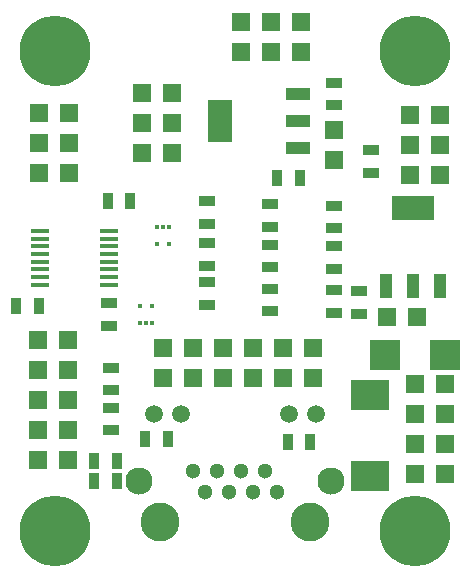
<source format=gbr>
G04 #@! TF.FileFunction,Soldermask,Bot*
%FSLAX46Y46*%
G04 Gerber Fmt 4.6, Leading zero omitted, Abs format (unit mm)*
G04 Created by KiCad (PCBNEW 4.0.1-stable) date 16. 2. 2016 14:22:53*
%MOMM*%
G01*
G04 APERTURE LIST*
%ADD10C,0.300000*%
%ADD11C,3.300000*%
%ADD12C,2.300000*%
%ADD13C,1.300000*%
%ADD14C,1.500000*%
%ADD15R,1.524000X1.524000*%
%ADD16R,1.397000X0.889000*%
%ADD17R,0.889000X1.397000*%
%ADD18C,6.000000*%
%ADD19R,3.657600X2.032000*%
%ADD20R,1.016000X2.032000*%
%ADD21R,2.032000X3.657600*%
%ADD22R,2.032000X1.016000*%
%ADD23R,1.500000X0.450000*%
%ADD24R,2.550160X2.499360*%
%ADD25R,0.299720X0.449580*%
%ADD26R,3.299460X2.499360*%
G04 APERTURE END LIST*
D10*
D11*
X13970000Y5842000D03*
X26670000Y5842000D03*
D12*
X28450000Y9272000D03*
X12190000Y9272000D03*
D13*
X17780000Y8382000D03*
X19810000Y8382000D03*
X21840000Y8382000D03*
X23870000Y8382000D03*
X16760000Y10162000D03*
X18790000Y10162000D03*
X20820000Y10162000D03*
X22850000Y10162000D03*
D14*
X27180000Y14982000D03*
X24890000Y14982000D03*
X15750000Y14982000D03*
X13460000Y14982000D03*
D15*
X35560000Y17526000D03*
X38100000Y17526000D03*
X35560000Y14986000D03*
X38100000Y14986000D03*
X35560000Y12446000D03*
X38100000Y12446000D03*
X35560000Y9906000D03*
X38100000Y9906000D03*
D16*
X30861000Y25336500D03*
X30861000Y23431500D03*
X31877000Y35369500D03*
X31877000Y37274500D03*
D17*
X25844500Y34925000D03*
X23939500Y34925000D03*
D16*
X28702000Y41084500D03*
X28702000Y42989500D03*
D17*
X3746500Y24130000D03*
X1841500Y24130000D03*
D15*
X14224000Y18034000D03*
X14224000Y20574000D03*
X16764000Y18034000D03*
X16764000Y20574000D03*
X19304000Y18034000D03*
X19304000Y20574000D03*
X21844000Y18034000D03*
X21844000Y20574000D03*
X24384000Y18034000D03*
X24384000Y20574000D03*
X26924000Y18034000D03*
X26924000Y20574000D03*
X35179000Y40259000D03*
X37719000Y40259000D03*
X35179000Y37719000D03*
X37719000Y37719000D03*
X35179000Y35179000D03*
X37719000Y35179000D03*
X28702000Y38989000D03*
X28702000Y36449000D03*
X14986000Y37084000D03*
X14986000Y39624000D03*
X14986000Y42164000D03*
X20828000Y45593000D03*
X20828000Y48133000D03*
X23368000Y45593000D03*
X23368000Y48133000D03*
X25908000Y45593000D03*
X25908000Y48133000D03*
X3746500Y37909500D03*
X6286500Y37909500D03*
X6286500Y40449500D03*
X3746500Y40449500D03*
X6223000Y21209000D03*
X3683000Y21209000D03*
X6223000Y13589000D03*
X3683000Y13589000D03*
X6223000Y16129000D03*
X3683000Y16129000D03*
X6223000Y18669000D03*
X3683000Y18669000D03*
X6223000Y11049000D03*
X3683000Y11049000D03*
D18*
X5080000Y45720000D03*
X35560000Y5080000D03*
X5080000Y5080000D03*
X35560000Y45720000D03*
D17*
X24828500Y12573000D03*
X26733500Y12573000D03*
X14668500Y12827000D03*
X12763500Y12827000D03*
D16*
X17957800Y32956500D03*
X17957800Y31051500D03*
X17945100Y29413200D03*
X17945100Y27508200D03*
X17970500Y26098500D03*
X17970500Y24193500D03*
X23266400Y32727900D03*
X23266400Y30822900D03*
X23266400Y29298900D03*
X23266400Y27393900D03*
X23266400Y25565100D03*
X23266400Y23660100D03*
X28702000Y32600900D03*
X28702000Y30695900D03*
X28702000Y29171900D03*
X28702000Y27266900D03*
X28702000Y25438100D03*
X28702000Y23533100D03*
D17*
X9588500Y32956500D03*
X11493500Y32956500D03*
D16*
X9875520Y16987520D03*
X9875520Y18892520D03*
D19*
X35433000Y32385000D03*
D20*
X35433000Y25781000D03*
X33147000Y25781000D03*
X37719000Y25781000D03*
D21*
X19050000Y39751000D03*
D22*
X25654000Y39751000D03*
X25654000Y37465000D03*
X25654000Y42037000D03*
D23*
X3806400Y25919000D03*
X3806400Y26569000D03*
X3806400Y27219000D03*
X3806400Y27869000D03*
X3806400Y28519000D03*
X3806400Y29169000D03*
X3806400Y29819000D03*
X3806400Y30469000D03*
X9706400Y30469000D03*
X9706400Y29819000D03*
X9706400Y29169000D03*
X9706400Y28519000D03*
X9706400Y27869000D03*
X9706400Y27219000D03*
X9706400Y26569000D03*
X9706400Y25919000D03*
D24*
X38084760Y19939000D03*
X33035240Y19939000D03*
D16*
X9652000Y24320500D03*
X9652000Y22415500D03*
D25*
X13327380Y22666960D03*
X12326620Y22666960D03*
X13327380Y24069040D03*
X12827000Y22666960D03*
X12326620Y24069040D03*
X13723620Y30800040D03*
X14724380Y30800040D03*
X13723620Y29397960D03*
X14224000Y30800040D03*
X14724380Y29397960D03*
D15*
X12446000Y37084000D03*
X12446000Y39624000D03*
X12446000Y42164000D03*
X33210500Y23177500D03*
X35750500Y23177500D03*
D16*
X9842500Y15494000D03*
X9842500Y13589000D03*
D15*
X6286500Y35369500D03*
X3746500Y35369500D03*
D17*
X10350500Y9271000D03*
X8445500Y9271000D03*
X8445500Y10985500D03*
X10350500Y10985500D03*
D26*
X31750000Y9743440D03*
X31750000Y16545560D03*
M02*

</source>
